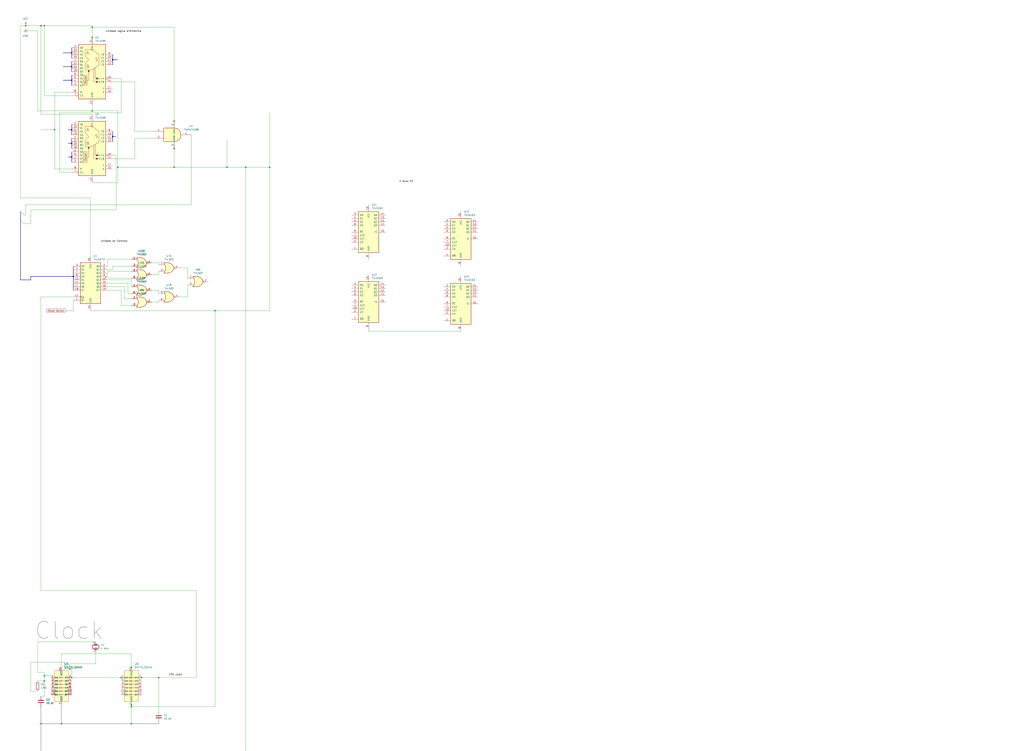
<source format=kicad_sch>
(kicad_sch (version 20250114) (generator "eeschema") (generator_version "9.0")
  (paper "User" 762 558.8)
  (lib_symbols
    (symbol "74xGxx:74AHC1G08"
      (property "Reference" "U" (at -2.54 3.81 0))
      (property "Value" "74AHC1G08" (at 0 -3.81 0))
      (symbol "74AHC1G08_0_1"
        (arc (start 0 5.08) (mid 5.0579 0) (end 0 -5.08) (stroke (width 0.254)) (fill (type background)))
        (polyline (pts (xy 0 -5.08) (xy -7.62 -5.08) (xy -7.62 5.08) (xy 0 5.08)) (stroke (width 0.254)) (fill (type background)))
      )
      (symbol "74AHC1G08_1_1"
        (pin input line (at -15.24 2.54 0) (length 7.62) (name "~") (number "1"))
        (pin input line (at -15.24 -2.54 0) (length 7.62) (name "~") (number "2"))
        (pin power_in line (at 0 10.16 270) (length 5.08) (name "VCC") (number "5"))
        (pin power_in line (at 0 -10.16 90) (length 5.08) (name "GND") (number "3"))
        (pin output line (at 12.7 0 180) (length 7.62) (name "~") (number "4"))
      )
    )
    (symbol "74xx:74LS02" (pin_names (offset 1.016))
      (property "Reference" "U" (at 0 1.27 0))
      (property "Value" "74LS02" (at 0 -1.27 0))
      (symbol "74LS02_1_1"
        (arc (start -3.81 3.81) (mid -2.589 0) (end -3.81 -3.81) (stroke (width 0.254)))
        (polyline (pts (xy -3.81 3.81) (xy -0.635 3.81)) (stroke (width 0.254)) (fill (type background)))
        (polyline (pts (xy -3.81 -3.81) (xy -0.635 -3.81)) (stroke (width 0.254)) (fill (type background)))
        (arc (start 3.81 0) (mid 2.1855 -2.584) (end -0.6096 -3.81) (stroke (width 0.254)) (fill (type background)))
        (arc (start -0.6096 3.81) (mid 2.1928 2.5924) (end 3.81 0) (stroke (width 0.254)) (fill (type background)))
        (polyline (pts (xy -0.635 3.81) (xy -3.81 3.81) (xy -3.81 3.81) (xy -3.556 3.4036) (xy -3.0226 2.2606) (xy -2.6924 1.0414) (xy -2.6162 -0.254) (xy -2.7686 -1.4986) (xy -3.175 -2.7178) (xy -3.81 -3.81) (xy -3.81 -3.81) (xy -0.635 -3.81)) (stroke (width -25.4)) (fill (type background)))
        (pin input line (at -7.62 2.54 0) (length 4.318) (name "~") (number "2"))
        (pin input line (at -7.62 -2.54 0) (length 4.318) (name "~") (number "3"))
        (pin output inverted (at 7.62 0 180) (length 3.81) (name "~") (number "1"))
      )
      (symbol "74LS02_1_2"
        (arc (start 0 3.81) (mid 3.7934 0) (end 0 -3.81) (stroke (width 0.254)) (fill (type background)))
        (polyline (pts (xy 0 3.81) (xy -3.81 3.81) (xy -3.81 -3.81) (xy 0 -3.81)) (stroke (width 0.254)) (fill (type background)))
        (pin input inverted (at -7.62 2.54 0) (length 3.81) (name "~") (number "2"))
        (pin input inverted (at -7.62 -2.54 0) (length 3.81) (name "~") (number "3"))
        (pin output line (at 7.62 0 180) (length 3.81) (name "~") (number "1"))
      )
      (symbol "74LS02_2_1"
        (arc (start -3.81 3.81) (mid -2.589 0) (end -3.81 -3.81) (stroke (width 0.254)))
        (polyline (pts (xy -3.81 3.81) (xy -0.635 3.81)) (stroke (width 0.254)) (fill (type background)))
        (polyline (pts (xy -3.81 -3.81) (xy -0.635 -3.81)) (stroke (width 0.254)) (fill (type background)))
        (arc (start 3.81 0) (mid 2.1855 -2.584) (end -0.6096 -3.81) (stroke (width 0.254)) (fill (type background)))
        (arc (start -0.6096 3.81) (mid 2.1928 2.5924) (end 3.81 0) (stroke (width 0.254)) (fill (type background)))
        (polyline (pts (xy -0.635 3.81) (xy -3.81 3.81) (xy -3.81 3.81) (xy -3.556 3.4036) (xy -3.0226 2.2606) (xy -2.6924 1.0414) (xy -2.6162 -0.254) (xy -2.7686 -1.4986) (xy -3.175 -2.7178) (xy -3.81 -3.81) (xy -3.81 -3.81) (xy -0.635 -3.81)) (stroke (width -25.4)) (fill (type background)))
        (pin input line (at -7.62 2.54 0) (length 4.318) (name "~") (number "5"))
        (pin input line (at -7.62 -2.54 0) (length 4.318) (name "~") (number "6"))
        (pin output inverted (at 7.62 0 180) (length 3.81) (name "~") (number "4"))
      )
      (symbol "74LS02_2_2"
        (arc (start 0 3.81) (mid 3.7934 0) (end 0 -3.81) (stroke (width 0.254)) (fill (type background)))
        (polyline (pts (xy 0 3.81) (xy -3.81 3.81) (xy -3.81 -3.81) (xy 0 -3.81)) (stroke (width 0.254)) (fill (type background)))
        (pin input inverted (at -7.62 2.54 0) (length 3.81) (name "~") (number "5"))
        (pin input inverted (at -7.62 -2.54 0) (length 3.81) (name "~") (number "6"))
        (pin output line (at 7.62 0 180) (length 3.81) (name "~") (number "4"))
      )
      (symbol "74LS02_3_1"
        (arc (start -3.81 3.81) (mid -2.589 0) (end -3.81 -3.81) (stroke (width 0.254)))
        (polyline (pts (xy -3.81 3.81) (xy -0.635 3.81)) (stroke (width 0.254)) (fill (type background)))
        (polyline (pts (xy -3.81 -3.81) (xy -0.635 -3.81)) (stroke (width 0.254)) (fill (type background)))
        (arc (start 3.81 0) (mid 2.1855 -2.584) (end -0.6096 -3.81) (stroke (width 0.254)) (fill (type background)))
        (arc (start -0.6096 3.81) (mid 2.1928 2.5924) (end 3.81 0) (stroke (width 0.254)) (fill (type background)))
        (polyline (pts (xy -0.635 3.81) (xy -3.81 3.81) (xy -3.81 3.81) (xy -3.556 3.4036) (xy -3.0226 2.2606) (xy -2.6924 1.0414) (xy -2.6162 -0.254) (xy -2.7686 -1.4986) (xy -3.175 -2.7178) (xy -3.81 -3.81) (xy -3.81 -3.81) (xy -0.635 -3.81)) (stroke (width -25.4)) (fill (type background)))
        (pin input line (at -7.62 2.54 0) (length 4.318) (name "~") (number "8"))
        (pin input line (at -7.62 -2.54 0) (length 4.318) (name "~") (number "9"))
        (pin output inverted (at 7.62 0 180) (length 3.81) (name "~") (number "10"))
      )
      (symbol "74LS02_3_2"
        (arc (start 0 3.81) (mid 3.7934 0) (end 0 -3.81) (stroke (width 0.254)) (fill (type background)))
        (polyline (pts (xy 0 3.81) (xy -3.81 3.81) (xy -3.81 -3.81) (xy 0 -3.81)) (stroke (width 0.254)) (fill (type background)))
        (pin input inverted (at -7.62 2.54 0) (length 3.81) (name "~") (number "8"))
        (pin input inverted (at -7.62 -2.54 0) (length 3.81) (name "~") (number "9"))
        (pin output line (at 7.62 0 180) (length 3.81) (name "~") (number "10"))
      )
      (symbol "74LS02_4_1"
        (arc (start -3.81 3.81) (mid -2.589 0) (end -3.81 -3.81) (stroke (width 0.254)))
        (polyline (pts (xy -3.81 3.81) (xy -0.635 3.81)) (stroke (width 0.254)) (fill (type background)))
        (polyline (pts (xy -3.81 -3.81) (xy -0.635 -3.81)) (stroke (width 0.254)) (fill (type background)))
        (arc (start 3.81 0) (mid 2.1855 -2.584) (end -0.6096 -3.81) (stroke (width 0.254)) (fill (type background)))
        (arc (start -0.6096 3.81) (mid 2.1928 2.5924) (end 3.81 0) (stroke (width 0.254)) (fill (type background)))
        (polyline (pts (xy -0.635 3.81) (xy -3.81 3.81) (xy -3.81 3.81) (xy -3.556 3.4036) (xy -3.0226 2.2606) (xy -2.6924 1.0414) (xy -2.6162 -0.254) (xy -2.7686 -1.4986) (xy -3.175 -2.7178) (xy -3.81 -3.81) (xy -3.81 -3.81) (xy -0.635 -3.81)) (stroke (width -25.4)) (fill (type background)))
        (pin input line (at -7.62 2.54 0) (length 4.318) (name "~") (number "11"))
        (pin input line (at -7.62 -2.54 0) (length 4.318) (name "~") (number "12"))
        (pin output inverted (at 7.62 0 180) (length 3.81) (name "~") (number "13"))
      )
      (symbol "74LS02_4_2"
        (arc (start 0 3.81) (mid 3.7934 0) (end 0 -3.81) (stroke (width 0.254)) (fill (type background)))
        (polyline (pts (xy 0 3.81) (xy -3.81 3.81) (xy -3.81 -3.81) (xy 0 -3.81)) (stroke (width 0.254)) (fill (type background)))
        (pin input inverted (at -7.62 2.54 0) (length 3.81) (name "~") (number "11"))
        (pin input inverted (at -7.62 -2.54 0) (length 3.81) (name "~") (number "12"))
        (pin output line (at 7.62 0 180) (length 3.81) (name "~") (number "13"))
      )
      (symbol "74LS02_5_0"
        (pin power_in line (at 0 12.7 270) (length 5.08) (name "VCC") (number "14"))
        (pin power_in line (at 0 -12.7 90) (length 5.08) (name "GND") (number "7"))
      )
      (symbol "74LS02_5_1"
        (rectangle (start -5.08 7.62) (end 5.08 -7.62) (stroke (width 0.254)) (fill (type background)))
      )
    )
    (symbol "74xx:74LS163" (pin_names (offset 1.016))
      (property "Reference" "U" (at -7.62 16.51 0))
      (property "Value" "74LS163" (at -7.62 -16.51 0))
      (symbol "74LS163_1_0"
        (pin input line (at -12.7 12.7 0) (length 5.08) (name "D0") (number "3"))
        (pin input line (at -12.7 10.16 0) (length 5.08) (name "D1") (number "4"))
        (pin input line (at -12.7 7.62 0) (length 5.08) (name "D2") (number "5"))
        (pin input line (at -12.7 5.08 0) (length 5.08) (name "D3") (number "6"))
        (pin input line (at -12.7 0 0) (length 5.08) (name "~{PE}") (number "9"))
        (pin input line (at -12.7 -2.54 0) (length 5.08) (name "CEP") (number "7"))
        (pin input line (at -12.7 -5.08 0) (length 5.08) (name "CET") (number "10"))
        (pin input line (at -12.7 -7.62 0) (length 5.08) (name "CP") (number "2"))
        (pin input line (at -12.7 -12.7 0) (length 5.08) (name "~{MR}") (number "1"))
        (pin power_in line (at 0 20.32 270) (length 5.08) (name "VCC") (number "16"))
        (pin power_in line (at 0 -20.32 90) (length 5.08) (name "GND") (number "8"))
        (pin output line (at 12.7 12.7 180) (length 5.08) (name "Q0") (number "14"))
        (pin output line (at 12.7 10.16 180) (length 5.08) (name "Q1") (number "13"))
        (pin output line (at 12.7 7.62 180) (length 5.08) (name "Q2") (number "12"))
        (pin output line (at 12.7 5.08 180) (length 5.08) (name "Q3") (number "11"))
        (pin output line (at 12.7 0 180) (length 5.08) (name "TC") (number "15"))
      )
      (symbol "74LS163_1_1"
        (rectangle (start -7.62 15.24) (end 7.62 -15.24) (stroke (width 0.254)) (fill (type background)))
      )
    )
    (symbol "74xx:74LS181" (pin_names (offset 1.016))
      (property "Reference" "U" (at -7.62 21.59 0))
      (property "Value" "74LS181" (at -7.62 -21.59 0))
      (symbol "74LS181_1_0"
        (polyline (pts (xy -6.35 -2.54) (xy -6.35 -10.16) (xy -3.81 -10.16) (xy -3.81 -2.54) (xy -6.35 -2.54)))
        (polyline (pts (xy -5.08 16.51) (xy -5.08 11.43) (xy -2.54 8.89) (xy -5.08 6.35) (xy -5.08 1.27) (xy 0 1.27) (xy 5.08 5.08) (xy 5.08 12.7) (xy 0 16.51) (xy -5.08 16.51)))
        (polyline (pts (xy -3.81 -6.35) (xy -2.54 -6.35) (xy -2.54 1.27)))
        (polyline (pts (xy -2.54 1.27) (xy -3.175 0) (xy -1.905 0)) (fill (type outline)))
        (polyline (pts (xy 1.27 2.159) (xy 1.27 -7.62) (xy 3.175 -7.62)))
        (polyline (pts (xy 3.175 -5.08) (xy 2.286 -5.08) (xy 2.286 2.921)))
        (polyline (pts (xy 4.445 -5.08) (xy 3.175 -4.445) (xy 3.175 -5.715) (xy 4.445 -5.08)) (fill (type outline)))
        (polyline (pts (xy 4.445 -7.62) (xy 3.175 -6.985) (xy 3.175 -8.255) (xy 4.445 -7.62)) (fill (type outline)))
        (text "Decod" (at -5.08 -6.35 900) (effects (font (size 1.27 1.27))))
        (text "A" (at -3.302 13.97 0) (effects (font (size 2.286 2.286))))
        (text "B" (at -3.302 3.81 0) (effects (font (size 2.286 2.286))))
        (text "S" (at 3.302 9.144 0) (effects (font (size 2.286 2.286))))
        (pin input line (at -15.24 17.78 0) (length 5.08) (name "A0") (number "2"))
        (pin input line (at -15.24 15.24 0) (length 5.08) (name "A1") (number "23"))
        (pin input line (at -15.24 12.7 0) (length 5.08) (name "A2") (number "21"))
        (pin input line (at -15.24 10.16 0) (length 5.08) (name "A3") (number "19"))
        (pin input line (at -15.24 7.62 0) (length 5.08) (name "B0") (number "1"))
        (pin input line (at -15.24 5.08 0) (length 5.08) (name "B1") (number "22"))
        (pin input line (at -15.24 2.54 0) (length 5.08) (name "B2") (number "20"))
        (pin input line (at -15.24 0 0) (length 5.08) (name "B3") (number "18"))
        (pin input line (at -15.24 -2.54 0) (length 5.08) (name "S0") (number "6"))
        (pin input line (at -15.24 -5.08 0) (length 5.08) (name "S1") (number "5"))
        (pin input line (at -15.24 -7.62 0) (length 5.08) (name "S2") (number "4"))
        (pin input line (at -15.24 -10.16 0) (length 5.08) (name "S3") (number "3"))
        (pin input line (at -15.24 -15.24 0) (length 5.08) (name "M") (number "8"))
        (pin input inverted (at -15.24 -17.78 0) (length 5.08) (name "Cn") (number "7"))
        (pin power_in line (at 0 25.4 270) (length 5.08) (name "VCC") (number "24"))
        (pin power_in line (at 0 -25.4 90) (length 5.08) (name "GND") (number "12"))
        (pin output line (at 15.24 12.7 180) (length 5.08) (name "F0") (number "9"))
        (pin output line (at 15.24 10.16 180) (length 5.08) (name "F1") (number "10"))
        (pin output line (at 15.24 7.62 180) (length 5.08) (name "F2") (number "11"))
        (pin output line (at 15.24 5.08 180) (length 5.08) (name "F3") (number "13"))
        (pin output inverted (at 15.24 -5.08 180) (length 5.08) (name "Cn+4") (number "16"))
        (pin output line (at 15.24 -7.62 180) (length 5.08) (name "A=B") (number "14"))
        (pin output line (at 15.24 -12.7 180) (length 5.08) (name "Y") (number "17"))
        (pin output line (at 15.24 -15.24 180) (length 5.08) (name "X") (number "15"))
      )
      (symbol "74LS181_1_1"
        (rectangle (start -10.16 20.32) (end 10.16 -20.32) (stroke (width 0.254)) (fill (type background)))
      )
    )
    (symbol "74xx:74LS273"
      (property "Reference" "U" (at -7.62 16.51 0))
      (property "Value" "74LS273" (at -7.62 -16.51 0))
      (symbol "74LS273_1_0"
        (pin input line (at -12.7 12.7 0) (length 5.08) (name "D0") (number "3"))
        (pin input line (at -12.7 10.16 0) (length 5.08) (name "D1") (number "4"))
        (pin input line (at -12.7 7.62 0) (length 5.08) (name "D2") (number "7"))
        (pin input line (at -12.7 5.08 0) (length 5.08) (name "D3") (number "8"))
        (pin input line (at -12.7 2.54 0) (length 5.08) (name "D4") (number "13"))
        (pin input line (at -12.7 0 0) (length 5.08) (name "D5") (number "14"))
        (pin input line (at -12.7 -2.54 0) (length 5.08) (name "D6") (number "17"))
        (pin input line (at -12.7 -5.08 0) (length 5.08) (name "D7") (number "18"))
        (pin input clock (at -12.7 -10.16 0) (length 5.08) (name "Cp") (number "11"))
        (pin input line (at -12.7 -12.7 0) (length 5.08) (name "~{Mr}") (number "1"))
        (pin power_in line (at 0 20.32 270) (length 5.08) (name "VCC") (number "20"))
        (pin power_in line (at 0 -20.32 90) (length 5.08) (name "GND") (number "10"))
        (pin output line (at 12.7 12.7 180) (length 5.08) (name "Q0") (number "2"))
        (pin output line (at 12.7 10.16 180) (length 5.08) (name "Q1") (number "5"))
        (pin output line (at 12.7 7.62 180) (length 5.08) (name "Q2") (number "6"))
        (pin output line (at 12.7 5.08 180) (length 5.08) (name "Q3") (number "9"))
        (pin output line (at 12.7 2.54 180) (length 5.08) (name "Q4") (number "12"))
        (pin output line (at 12.7 0 180) (length 5.08) (name "Q5") (number "15"))
        (pin output line (at 12.7 -2.54 180) (length 5.08) (name "Q6") (number "16"))
        (pin output line (at 12.7 -5.08 180) (length 5.08) (name "Q7") (number "19"))
      )
      (symbol "74LS273_1_1"
        (rectangle (start -7.62 15.24) (end 7.62 -15.24) (stroke (width 0.254)) (fill (type background)))
      )
    )
    (symbol "Device:C" (pin_numbers (hide yes)) (pin_names (offset 0.254))
      (property "Reference" "C" (at 0.635 2.54 0))
      (property "Value" "C" (at 0.635 -2.54 0))
      (symbol "C_0_1"
        (polyline (pts (xy -2.032 0.762) (xy 2.032 0.762)) (stroke (width 0.508)))
        (polyline (pts (xy -2.032 -0.762) (xy 2.032 -0.762)) (stroke (width 0.508)))
      )
      (symbol "C_1_1"
        (pin passive line (at 0 3.81 270) (length 2.794) (name "~") (number "1"))
        (pin passive line (at 0 -3.81 90) (length 2.794) (name "~") (number "2"))
      )
    )
    (symbol "Device:Crystal" (pin_names (offset 1.016))
      (property "Reference" "Y" (at 0 3.81 0))
      (property "Value" "Crystal" (at 0 -3.81 0))
      (symbol "Crystal_0_1"
        (polyline (pts (xy -2.54 0) (xy -1.905 0)))
        (polyline (pts (xy -1.905 -1.27) (xy -1.905 1.27)) (stroke (width 0.508)))
        (rectangle (start -1.143 2.54) (end 1.143 -2.54) (stroke (width 0.3048)))
        (polyline (pts (xy 1.905 -1.27) (xy 1.905 1.27)) (stroke (width 0.508)))
        (polyline (pts (xy 2.54 0) (xy 1.905 0)))
      )
      (symbol "Crystal_1_1"
        (pin passive line (at -3.81 0 0) (length 1.27) (name "1") (number "1"))
        (pin passive line (at 3.81 0 180) (length 1.27) (name "2") (number "2"))
      )
    )
    (symbol "Device:R" (pin_numbers (hide yes)) (pin_names (offset 0))
      (property "Reference" "R" (at 2.032 0 90))
      (property "Value" "R" (at 0 0 90))
      (symbol "R_0_1"
        (rectangle (start -1.016 -2.54) (end 1.016 2.54) (stroke (width 0.254)))
      )
      (symbol "R_1_1"
        (pin passive line (at 0 3.81 270) (length 1.27) (name "~") (number "1"))
        (pin passive line (at 0 -3.81 90) (length 1.27) (name "~") (number "2"))
      )
    )
    (symbol "dk_Logic-Gates-and-Inverters:SN74LS04N" (pin_names (offset 0.0254))
      (property "Reference" "U" (at -2.54 13.716 0))
      (property "Value" "SN74LS04N" (at 0.254 -11.43 0))
      (symbol "SN74LS04N_0_1"
        (rectangle (start -5.08 12.7) (end 5.08 -10.16) (fill (type background)))
        (polyline (pts (xy -2.54 7.62) (xy -5.08 7.62)))
        (polyline (pts (xy -2.54 5.08) (xy -5.08 5.08)))
        (polyline (pts (xy -2.54 2.54) (xy -5.08 2.54)))
        (polyline (pts (xy -2.54 2.54) (xy -1.27 2.54)))
        (polyline (pts (xy -2.54 0) (xy -5.08 0)))
        (polyline (pts (xy -2.54 -2.54) (xy -5.08 -2.54)))
        (polyline (pts (xy -2.54 -2.54) (xy -1.27 -2.54)))
        (polyline (pts (xy -2.54 -5.08) (xy -5.08 -5.08)))
        (polyline (pts (xy -1.27 8.255) (xy -1.27 6.985) (xy 0 7.62) (xy -1.27 8.255)))
        (polyline (pts (xy -1.27 7.62) (xy -2.54 7.62)))
        (polyline (pts (xy -1.27 5.715) (xy -1.27 4.445) (xy 0 5.08) (xy -1.27 5.715)))
        (polyline (pts (xy -1.27 5.08) (xy -2.54 5.08)))
        (polyline (pts (xy -1.27 3.175) (xy -1.27 1.905) (xy 0 2.54) (xy -1.27 3.175)))
        (polyline (pts (xy -1.27 0.635) (xy -1.27 -0.635) (xy 0 0) (xy -1.27 0.635)))
        (polyline (pts (xy -1.27 0) (xy -2.54 0)))
        (polyline (pts (xy -1.27 -1.905) (xy -1.27 -3.175) (xy 0 -2.54) (xy -1.27 -1.905)))
        (polyline (pts (xy -1.27 -4.445) (xy -1.27 -5.715) (xy 0 -5.08) (xy -1.27 -4.445)))
        (polyline (pts (xy -1.27 -5.08) (xy -2.54 -5.08)))
        (circle (center 0.254 7.62) (radius 0.254))
        (circle (center 0.254 5.08) (radius 0.254))
        (circle (center 0.254 2.54) (radius 0.254))
        (circle (center 0.254 0) (radius 0.254))
        (circle (center 0.254 -2.54) (radius 0.254))
        (circle (center 0.254 -5.08) (radius 0.254))
        (polyline (pts (xy 0.508 5.08) (xy 2.54 5.08)))
        (polyline (pts (xy 0.508 2.54) (xy 2.54 2.54)))
        (polyline (pts (xy 0.508 0) (xy 2.54 0)))
        (polyline (pts (xy 0.508 -5.08) (xy 2.54 -5.08)))
        (polyline (pts (xy 2.54 7.62) (xy 0.508 7.62)))
        (polyline (pts (xy 2.54 -2.54) (xy 0.508 -2.54)))
        (polyline (pts (xy 5.08 7.62) (xy 2.54 7.62)))
        (polyline (pts (xy 5.08 5.08) (xy 2.54 5.08)))
        (polyline (pts (xy 5.08 2.54) (xy 2.54 2.54)))
        (polyline (pts (xy 5.08 0) (xy 2.54 0)))
        (polyline (pts (xy 5.08 -2.54) (xy 2.54 -2.54)))
        (polyline (pts (xy 5.08 -5.08) (xy 2.54 -5.08)))
      )
      (symbol "SN74LS04N_1_1"
        (pin input line (at -7.62 7.62 0) (length 2.54) (name "1A") (number "1"))
        (pin input line (at -7.62 5.08 0) (length 2.54) (name "2A") (number "3"))
        (pin input line (at -7.62 2.54 0) (length 2.54) (name "3A") (number "5"))
        (pin input line (at -7.62 0 0) (length 2.54) (name "4A") (number "9"))
        (pin input line (at -7.62 -2.54 0) (length 2.54) (name "5A") (number "11"))
        (pin input line (at -7.62 -5.08 0) (length 2.54) (name "6A") (number "13"))
        (pin power_in line (at 0 15.24 270) (length 2.54) (name "VCC") (number "14"))
        (pin power_in line (at 0 -12.7 90) (length 2.54) (name "GND") (number "7"))
        (pin output line (at 7.62 7.62 180) (length 2.54) (name "1Y") (number "2"))
        (pin output line (at 7.62 5.08 180) (length 2.54) (name "2Y") (number "4"))
        (pin output line (at 7.62 2.54 180) (length 2.54) (name "3Y") (number "6"))
        (pin output line (at 7.62 0 180) (length 2.54) (name "4Y") (number "8"))
        (pin output line (at 7.62 -2.54 180) (length 2.54) (name "5Y") (number "10"))
        (pin output line (at 7.62 -5.08 180) (length 2.54) (name "6Y") (number "12"))
      )
    )
    (symbol "power:GND" (power) (pin_numbers (hide yes)) (pin_names (offset 0) (hide yes))
      (property "Value" "GND" (at 0 -3.81 0))
      (symbol "GND_0_1"
        (polyline (pts (xy 0 0) (xy 0 -1.27) (xy 1.27 -1.27) (xy 0 -2.54) (xy -1.27 -1.27) (xy 0 -1.27)))
      )
      (symbol "GND_1_1"
        (pin power_in line (at 0 0 270) (length 0) (name "~") (number "1"))
      )
    )
    (symbol "power:VCC" (power) (pin_numbers (hide yes)) (pin_names (offset 0) (hide yes))
      (property "Value" "VCC" (at 0 3.556 0))
      (symbol "VCC_0_1"
        (polyline (pts (xy -0.762 1.27) (xy 0 2.54)))
        (polyline (pts (xy 0 2.54) (xy 0.762 1.27)))
        (polyline (pts (xy 0 0) (xy 0 2.54)))
      )
      (symbol "VCC_1_1"
        (pin power_in line (at 0 0 90) (length 0) (name "~") (number "1"))
      )
    )
  )
  (junction (at 52.07 497.84))
  (junction (at 30.48 19.05))
  (junction (at 53.34 39.37))
  (junction (at 129.54 90.17))
  (junction (at 105.41 504.19))
  (junction (at 53.34 49.53))
  (junction (at 129.54 110.49))
  (junction (at 129.54 124.46))
  (junction (at 53.34 96.52))
  (junction (at 53.34 106.68))
  (junction (at 45.72 538.48))
  (junction (at 97.79 524.51))
  (junction (at 200.66 124.46))
  (junction (at 19.05 19.05))
  (junction (at 182.88 124.46))
  (junction (at 68.58 82.55))
  (junction (at 97.79 525.78))
  (junction (at 53.34 59.69))
  (junction (at 33.02 19.05))
  (junction (at 53.34 116.84))
  (junction (at 54.61 205.74))
  (junction (at 30.48 538.48))
  (junction (at 83.82 101.6))
  (junction (at 83.82 44.45))
  (junction (at 168.91 124.46))
  (junction (at 118.11 504.19))
  (junction (at 33.02 506.73))
  (junction (at 68.58 20.32))
  (junction (at 40.64 96.52))
  (junction (at 97.79 496.57))
  (junction (at 87.63 124.46))
  (junction (at 160.02 231.14))
  (junction (at 97.79 538.48))
  (junction (at 33.02 502.92))
  (junction (at 90.17 504.19))
  (junction (at 68.58 27.94))
  (junction (at 53.34 504.19))
  (bus_entry (at 15.24 157.48) (size 2.54 2.54))
  (bus_entry (at 15.24 163.83) (size 2.54 2.54))
  (wire (pts (xy 67.31 147.32) (xy 67.31 190.5)))
  (wire (pts (xy 67.31 231.14) (xy 160.02 231.14)))
  (wire (pts (xy 97.79 525.78) (xy 97.79 538.48)))
  (wire (pts (xy 80.01 215.9) (xy 90.17 215.9)))
  (wire (pts (xy 45.72 524.51) (xy 45.72 538.48)) (stroke (width 0) (color 0 0 0 1)))
  (wire (pts (xy 100.33 60.96) (xy 83.82 60.96)))
  (wire (pts (xy 68.58 20.32) (xy 68.58 27.94)))
  (wire (pts (xy 118.11 504.19) (xy 105.41 504.19)))
  (wire (pts (xy 53.34 504.19) (xy 90.17 504.19)))
  (wire (pts (xy 30.48 19.05) (xy 30.48 85.09)))
  (wire (pts (xy 68.58 78.74) (xy 68.58 82.55)))
  (wire (pts (xy 118.11 204.47) (xy 118.11 201.93)))
  (bus (pts (xy 50.8 116.84) (xy 53.34 116.84)))
  (wire (pts (xy 274.32 246.38) (xy 342.9 246.38)))
  (wire (pts (xy 80.01 205.74) (xy 78.74 205.74)))
  (wire (pts (xy 78.74 207.01) (xy 97.79 207.01)))
  (wire (pts (xy 78.74 207.01) (xy 78.74 205.74)))
  (wire (pts (xy 30.48 19.05) (xy 33.02 19.05)))
  (wire (pts (xy 97.79 524.51) (xy 97.79 525.78)))
  (wire (pts (xy 118.11 538.48) (xy 97.79 538.48)) (stroke (width 0) (color 0 0 0 1)))
  (wire (pts (xy 27.94 500.38) (xy 33.02 500.38)))
  (wire (pts (xy 27.94 506.73) (xy 33.02 506.73)))
  (wire (pts (xy 38.1 502.92) (xy 38.1 504.19)))
  (wire (pts (xy 33.02 71.12) (xy 53.34 71.12)))
  (bus (pts (xy 53.34 45.72) (xy 53.34 49.53)))
  (wire (pts (xy 90.17 215.9) (xy 90.17 227.33)))
  (wire (pts (xy 86.36 156.21) (xy 22.86 156.21)))
  (wire (pts (xy 87.63 124.46) (xy 129.54 124.46)))
  (wire (pts (xy 19.05 160.02) (xy 17.78 160.02)))
  (wire (pts (xy 40.64 68.58) (xy 40.64 96.52)))
  (wire (pts (xy 33.02 506.73) (xy 33.02 518.16)))
  (wire (pts (xy 146.05 504.19) (xy 146.05 439.42)))
  (wire (pts (xy 53.34 125.73) (xy 40.64 125.73)))
  (wire (pts (xy 80.01 208.28) (xy 97.79 208.28)))
  (wire (pts (xy 142.24 152.4) (xy 19.05 152.4)))
  (wire (pts (xy 52.07 494.03) (xy 52.07 497.84)))
  (wire (pts (xy 133.35 199.39) (xy 139.7 199.39)))
  (wire (pts (xy 113.03 195.58) (xy 118.11 195.58)))
  (wire (pts (xy 97.79 524.51) (xy 97.79 496.57)))
  (wire (pts (xy 83.82 115.57) (xy 86.36 115.57)))
  (wire (pts (xy 40.64 125.73) (xy 40.64 96.52)))
  (wire (pts (xy 182.88 124.46) (xy 182.88 590.55)))
  (wire (pts (xy 68.58 27.94) (xy 68.58 35.56)))
  (wire (pts (xy 90.17 227.33) (xy 97.79 227.33)))
  (wire (pts (xy 168.91 104.14) (xy 168.91 124.46)))
  (wire (pts (xy 92.71 213.36) (xy 92.71 222.25)))
  (wire (pts (xy 129.54 110.49) (xy 129.54 90.17)))
  (wire (pts (xy 19.05 152.4) (xy 19.05 160.02)))
  (wire (pts (xy 33.02 502.92) (xy 38.1 502.92)))
  (bus (pts (xy 53.34 96.52) (xy 53.34 100.33)))
  (wire (pts (xy 160.02 525.78) (xy 97.79 525.78)))
  (wire (pts (xy 182.88 124.46) (xy 168.91 124.46)))
  (wire (pts (xy 118.11 224.79) (xy 118.11 223.52)))
  (bus (pts (xy 83.82 101.6) (xy 86.36 101.6)))
  (bus (pts (xy 54.61 198.12) (xy 54.61 205.74)))
  (wire (pts (xy 19.05 19.05) (xy 30.48 19.05)))
  (wire (pts (xy 160.02 231.14) (xy 160.02 525.78)))
  (wire (pts (xy 83.82 200.66) (xy 83.82 198.12)))
  (wire (pts (xy 48.26 497.84) (xy 52.07 497.84)))
  (wire (pts (xy 200.66 83.82) (xy 200.66 124.46)))
  (bus (pts (xy 22.86 205.74) (xy 54.61 205.74)))
  (wire (pts (xy 48.26 492.76) (xy 48.26 497.84)))
  (wire (pts (xy 27.94 514.35) (xy 22.86 514.35)))
  (bus (pts (xy 53.34 59.69) (xy 53.34 63.5)))
  (wire (pts (xy 80.01 198.12) (xy 80.01 193.04)))
  (wire (pts (xy 80.01 213.36) (xy 92.71 213.36)))
  (wire (pts (xy 100.33 102.87) (xy 114.3 102.87)))
  (wire (pts (xy 19.05 21.59) (xy 19.05 22.86)))
  (bus (pts (xy 53.34 92.71) (xy 53.34 96.52)))
  (bus (pts (xy 15.24 163.83) (xy 15.24 157.48)))
  (bus (pts (xy 46.99 49.53) (xy 53.34 49.53)))
  (bus (pts (xy 53.34 55.88) (xy 53.34 59.69)))
  (wire (pts (xy 71.12 485.14) (xy 71.12 494.03)))
  (wire (pts (xy 200.66 124.46) (xy 200.66 231.14)))
  (wire (pts (xy 52.07 497.84) (xy 53.34 497.84)))
  (wire (pts (xy 45.72 538.48) (xy 30.48 538.48)) (stroke (width 0) (color 0 0 0 1)))
  (bus (pts (xy 53.34 116.84) (xy 53.34 120.65)))
  (wire (pts (xy 68.58 19.05) (xy 68.58 20.32)))
  (wire (pts (xy 97.79 208.28) (xy 97.79 213.36)))
  (wire (pts (xy 168.91 124.46) (xy 129.54 124.46)))
  (wire (pts (xy 86.36 115.57) (xy 86.36 156.21)))
  (wire (pts (xy 22.86 514.35) (xy 22.86 492.76)))
  (wire (pts (xy 33.02 19.05) (xy 33.02 71.12)))
  (bus (pts (xy 22.86 208.28) (xy 15.24 208.28)))
  (wire (pts (xy 30.48 439.42) (xy 30.48 220.98)))
  (bus (pts (xy 83.82 101.6) (xy 83.82 105.41)))
  (wire (pts (xy 80.01 193.04) (xy 97.79 193.04)))
  (wire (pts (xy 80.01 210.82) (xy 95.25 210.82)))
  (bus (pts (xy 83.82 97.79) (xy 83.82 101.6)))
  (wire (pts (xy 54.61 231.14) (xy 49.53 231.14)))
  (wire (pts (xy 139.7 199.39) (xy 139.7 207.01)))
  (wire (pts (xy 200.66 124.46) (xy 182.88 124.46)))
  (wire (pts (xy 129.54 110.49) (xy 129.54 124.46)))
  (wire (pts (xy 27.94 477.52) (xy 27.94 500.38)))
  (wire (pts (xy 80.01 201.93) (xy 80.01 203.2)))
  (wire (pts (xy 142.24 100.33) (xy 142.24 152.4)))
  (wire (pts (xy 19.05 22.86) (xy 27.94 22.86)))
  (wire (pts (xy 146.05 439.42) (xy 30.48 439.42)))
  (bus (pts (xy 46.99 39.37) (xy 53.34 39.37)))
  (wire (pts (xy 33.02 506.73) (xy 33.02 502.92)))
  (bus (pts (xy 53.34 35.56) (xy 53.34 39.37)))
  (wire (pts (xy 53.34 68.58) (xy 40.64 68.58)))
  (wire (pts (xy 113.03 204.47) (xy 118.11 204.47)))
  (bus (pts (xy 50.8 106.68) (xy 53.34 106.68)))
  (wire (pts (xy 22.86 156.21) (xy 22.86 166.37)))
  (wire (pts (xy 30.48 85.09) (xy 68.58 85.09)))
  (bus (pts (xy 46.99 59.69) (xy 53.34 59.69)))
  (bus (pts (xy 50.8 96.52) (xy 53.34 96.52)))
  (wire (pts (xy 15.24 19.05) (xy 15.24 147.32)))
  (wire (pts (xy 133.35 220.98) (xy 139.7 220.98)))
  (wire (pts (xy 30.48 525.78) (xy 30.48 538.48)) (stroke (width 0) (color 0 0 0 1)))
  (wire (pts (xy 87.63 124.46) (xy 87.63 135.89)))
  (wire (pts (xy 27.94 477.52) (xy 71.12 477.52)))
  (wire (pts (xy 113.03 224.79) (xy 118.11 224.79)))
  (wire (pts (xy 30.48 96.52) (xy 40.64 96.52)))
  (wire (pts (xy 129.54 90.17) (xy 129.54 20.32)))
  (bus (pts (xy 15.24 208.28) (xy 15.24 163.83)))
  (wire (pts (xy 33.02 500.38) (xy 33.02 502.92)))
  (wire (pts (xy 95.25 218.44) (xy 97.79 218.44)))
  (wire (pts (xy 44.45 128.27) (xy 53.34 128.27)))
  (wire (pts (xy 200.66 231.14) (xy 160.02 231.14)))
  (wire (pts (xy 274.32 246.38) (xy 274.32 245.11)))
  (bus (pts (xy 53.34 102.87) (xy 53.34 106.68)))
  (bus (pts (xy 53.34 106.68) (xy 53.34 110.49)))
  (wire (pts (xy 53.34 497.84) (xy 53.34 504.19)))
  (wire (pts (xy 113.03 215.9) (xy 118.11 215.9)))
  (wire (pts (xy 68.58 20.32) (xy 129.54 20.32)))
  (wire (pts (xy 52.07 494.03) (xy 71.12 494.03)))
  (wire (pts (xy 83.82 198.12) (xy 97.79 198.12)))
  (wire (pts (xy 105.41 504.19) (xy 90.17 504.19)))
  (wire (pts (xy 27.94 22.86) (xy 27.94 82.55)))
  (wire (pts (xy 118.11 504.19) (xy 146.05 504.19)))
  (bus (pts (xy 53.34 49.53) (xy 53.34 53.34)))
  (bus (pts (xy 22.86 205.74) (xy 22.86 208.28)))
  (bus (pts (xy 83.82 44.45) (xy 87.63 44.45)))
  (wire (pts (xy 44.45 83.82) (xy 44.45 128.27)))
  (wire (pts (xy 90.17 58.42) (xy 90.17 83.82)))
  (wire (pts (xy 100.33 60.96) (xy 100.33 97.79)))
  (wire (pts (xy 118.11 195.58) (xy 118.11 196.85)))
  (bus (pts (xy 83.82 40.64) (xy 83.82 44.45)))
  (wire (pts (xy 100.33 97.79) (xy 114.3 97.79)))
  (wire (pts (xy 100.33 102.87) (xy 100.33 118.11)))
  (wire (pts (xy 54.61 223.52) (xy 54.61 231.14)))
  (wire (pts (xy 80.01 201.93) (xy 97.79 201.93)))
  (wire (pts (xy 83.82 58.42) (xy 90.17 58.42)))
  (wire (pts (xy 30.48 590.55) (xy 30.48 538.48)) (stroke (width 0) (color 0 0 0 1)))
  (wire (pts (xy 97.79 538.48) (xy 45.72 538.48)) (stroke (width 0) (color 0 0 0 1)))
  (bus (pts (xy 53.34 113.03) (xy 53.34 116.84)))
  (wire (pts (xy 118.11 215.9) (xy 118.11 218.44)))
  (wire (pts (xy 83.82 118.11) (xy 100.33 118.11)))
  (wire (pts (xy 118.11 529.59) (xy 118.11 504.19)))
  (wire (pts (xy 68.58 82.55) (xy 87.63 82.55)))
  (wire (pts (xy 30.48 518.16) (xy 33.02 518.16)))
  (wire (pts (xy 22.86 492.76) (xy 48.26 492.76)))
  (wire (pts (xy 27.94 82.55) (xy 68.58 82.55)))
  (wire (pts (xy 118.11 538.48) (xy 118.11 537.21)) (stroke (width 0) (color 0 0 0 1)))
  (wire (pts (xy 95.25 210.82) (xy 95.25 218.44)))
  (bus (pts (xy 53.34 39.37) (xy 53.34 43.18)))
  (bus (pts (xy 83.82 44.45) (xy 83.82 48.26)))
  (wire (pts (xy 19.05 19.05) (xy 15.24 19.05)))
  (wire (pts (xy 30.48 220.98) (xy 54.61 220.98)))
  (wire (pts (xy 45.72 486.41) (xy 45.72 496.57)))
  (wire (pts (xy 87.63 135.89) (xy 68.58 135.89)))
  (wire (pts (xy 92.71 222.25) (xy 97.79 222.25)))
  (wire (pts (xy 45.72 486.41) (xy 97.79 486.41)))
  (wire (pts (xy 90.17 83.82) (xy 44.45 83.82)))
  (wire (pts (xy 33.02 19.05) (xy 68.58 19.05)))
  (wire (pts (xy 80.01 200.66) (xy 83.82 200.66)))
  (wire (pts (xy 15.24 147.32) (xy 67.31 147.32)))
  (wire (pts (xy 139.7 220.98) (xy 139.7 212.09)))
  (wire (pts (xy 87.63 82.55) (xy 87.63 124.46)))
  (wire (pts (xy 182.88 590.55) (xy 30.48 590.55)) (stroke (width 0) (color 0 0 0 1)))
  (wire (pts (xy 97.79 496.57) (xy 97.79 486.41)))
  (wire (pts (xy 22.86 166.37) (xy 17.78 166.37)))
  (bus (pts (xy 54.61 205.74) (xy 54.61 215.9)))
  (label "Unidade logica aritimetrica" (at 78.74 24.13 0))
  (label "CPU clock" (at 125.73 502.92 0))
  (label "Clock" (at 25.4 480.06 0) (effects (font (size 12.7 12.7))))
  (label "Unidade de Controle" (at 74.93 180.34 0))
  (label "A fazer PC" (at 297.18 135.89 0))
  (global_label "Reset Button" (shape input) (at 49.53 231.14 180) (property "Intersheetrefs" "${INTERSHEET_REFS}" (effects (hide yes))))
  (symbol (lib_id "74xx:74LS02") (at 125.73 199.39 0) (unit 1)
    (property "Reference" "U7" (at 125.73 190.5 0))
    (property "Value" "74LS02" (at 125.73 193.04 0))
    (property "Datasheet" "http://www.ti.com/lit/gpn/sn74ls02" (effects (hide yes)))
    (property "Description" "quad 2-input NOR gate" (effects (hide yes)))
  )
  (symbol (lib_id "dk_Logic-Gates-and-Inverters:SN74LS04N") (at 45.72 511.81 0) (unit 1)
    (property "Reference" "U5" (at 47.8633 494.03 0) (effects (font (size 1.524 1.524)) (justify left)))
    (property "Value" "SN74LS04N" (at 47.8633 496.57 0) (effects (font (size 1.524 1.524)) (justify left)))
    (property "Footprint" "digikey-footprints:DIP-14_W3mm" (effects (hide yes)))
    (property "Datasheet" "http://www.ti.com/general/docs/suppproductinfo.tsp?distId=10&gotoUrl=http%3A%2F%2Fwww.ti.com%2Flit%2Fgpn%2Fsn74ls04" (effects (hide yes)))
    (property "Description" "IC INVERTER 6CH 6-INP 14DIP" (effects (hide yes)))
    (property "Digi-Key_PN" "296-1629-5-ND" (effects (hide yes)))
    (property "MPN" "SN74LS04N" (effects (hide yes)))
    (property "Category" "Integrated Circuits (ICs)" (effects (hide yes)))
    (property "Family" "Logic - Gates and Inverters" (effects (hide yes)))
    (property "DK_Datasheet_Link" "http://www.ti.com/general/docs/suppproductinfo.tsp?distId=10&gotoUrl=http%3A%2F%2Fwww.ti.com%2Flit%2Fgpn%2Fsn74ls04" (effects (hide yes)))
    (property "DK_Detail_Page" "/product-detail/en/texas-instruments/SN74LS04N/296-1629-5-ND/277275" (effects (hide yes)))
    (property "Description_1" "IC INVERTER 6CH 6-INP 14DIP" (effects (hide yes)))
    (property "Manufacturer" "Texas Instruments" (effects (hide yes)))
    (property "Status" "Active" (effects (hide yes)))
  )
  (symbol (lib_id "74xx:74LS181") (at 68.58 110.49 0) (unit 1)
    (property "Reference" "U3" (at 70.7233 85.09 0) (effects (justify left)))
    (property "Value" "74LS181" (at 70.7233 87.63 0) (effects (justify left)))
    (property "Datasheet" "74xx/74F181.pdf" (effects (hide yes)))
    (property "Description" "Arithmetic logic unit" (effects (hide yes)))
  )
  (symbol (lib_id "Device:C") (at 118.11 533.4 0) (unit 1)
    (property "Reference" "C1" (at 121.92 532.1299 0) (effects (justify left)))
    (property "Value" "10 pF" (at 121.92 534.6699 0) (effects (justify left)))
    (property "Description" "Unpolarized capacitor" (effects (hide yes)))
  )
  (symbol (lib_id "74xx:74LS02") (at 105.41 204.47 0) (unit 2)
    (property "Reference" "U9" (at 105.41 195.58 0))
    (property "Value" "74LS02" (at 105.41 198.12 0))
    (property "Datasheet" "http://www.ti.com/lit/gpn/sn74ls02" (effects (hide yes)))
    (property "Description" "quad 2-input NOR gate" (effects (hide yes)))
  )
  (symbol (lib_id "power:VCC") (at 19.05 19.05 0) (unit 1) (on_board no)
    (property "Reference" "#PWR01" (effects (hide yes)))
    (property "Value" "VCC" (at 19.05 13.97 0))
    (property "Description" "Power symbol creates a global label with name \"VCC\"" (effects (hide yes)))
  )
  (symbol (lib_id "dk_Logic-Gates-and-Inverters:SN74LS04N") (at 97.79 511.81 0) (unit 1)
    (property "Reference" "U6" (at 99.9333 494.03 0) (effects (font (size 1.524 1.524)) (justify left)))
    (property "Value" "SN74LS04N" (at 99.9333 496.57 0) (effects (font (size 1.524 1.524)) (justify left)))
    (property "Footprint" "digikey-footprints:DIP-14_W3mm" (effects (hide yes)))
    (property "Datasheet" "http://www.ti.com/general/docs/suppproductinfo.tsp?distId=10&gotoUrl=http%3A%2F%2Fwww.ti.com%2Flit%2Fgpn%2Fsn74ls04" (effects (hide yes)))
    (property "Description" "IC INVERTER 6CH 6-INP 14DIP" (effects (hide yes)))
    (property "Digi-Key_PN" "296-1629-5-ND" (effects (hide yes)))
    (property "MPN" "SN74LS04N" (effects (hide yes)))
    (property "Category" "Integrated Circuits (ICs)" (effects (hide yes)))
    (property "Family" "Logic - Gates and Inverters" (effects (hide yes)))
    (property "DK_Datasheet_Link" "http://www.ti.com/general/docs/suppproductinfo.tsp?distId=10&gotoUrl=http%3A%2F%2Fwww.ti.com%2Flit%2Fgpn%2Fsn74ls04" (effects (hide yes)))
    (property "DK_Detail_Page" "/product-detail/en/texas-instruments/SN74LS04N/296-1629-5-ND/277275" (effects (hide yes)))
    (property "Description_1" "IC INVERTER 6CH 6-INP 14DIP" (effects (hide yes)))
    (property "Manufacturer" "Texas Instruments" (effects (hide yes)))
    (property "Status" "Active" (effects (hide yes)))
  )
  (symbol (lib_id "74xx:74LS02") (at 105.41 224.79 0) (unit 1)
    (property "Reference" "U9" (at 105.41 215.9 0))
    (property "Value" "74LS02" (at 105.41 218.44 0))
    (property "Datasheet" "http://www.ti.com/lit/gpn/sn74ls02" (effects (hide yes)))
    (property "Description" "quad 2-input NOR gate" (effects (hide yes)))
  )
  (symbol (lib_id "power:GND") (at 19.05 21.59 0) (unit 1)
    (property "Reference" "#PWR02" (effects (hide yes)))
    (property "Value" "GND" (at 19.05 26.67 0))
    (property "Description" "Power symbol creates a global label with name \"GND\" , ground" (effects (hide yes)))
  )
  (symbol (lib_id "74xx:74LS02") (at 105.41 215.9 0) (unit 2)
    (property "Reference" "U10" (at 105.41 207.01 0))
    (property "Value" "74LS02" (at 105.41 209.55 0))
    (property "Datasheet" "http://www.ti.com/lit/gpn/sn74ls02" (effects (hide yes)))
    (property "Description" "quad 2-input NOR gate" (effects (hide yes)))
  )
  (symbol (lib_id "74xx:74LS02") (at 125.73 220.98 0) (unit 2)
    (property "Reference" "U7" (at 125.73 212.09 0))
    (property "Value" "74LS02" (at 125.73 214.63 0))
    (property "Datasheet" "http://www.ti.com/lit/gpn/sn74ls02" (effects (hide yes)))
    (property "Description" "quad 2-input NOR gate" (effects (hide yes)))
  )
  (symbol (lib_id "74xx:74LS163") (at 342.9 226.06 0) (unit 1)
    (property "Reference" "U15" (at 345.0433 205.74 0) (effects (justify left)))
    (property "Value" "74LS163" (at 345.0433 208.28 0) (effects (justify left)))
    (property "Datasheet" "http://www.ti.com/lit/gpn/sn74LS163" (effects (hide yes)))
    (property "Description" "Synchronous 4-bit programmable binary Counter" (effects (hide yes)))
  )
  (symbol (lib_id "74xx:74LS273") (at 67.31 210.82 0) (unit 1)
    (property "Reference" "U1" (at 69.4533 190.5 0) (effects (justify left)))
    (property "Value" "74LS273" (at 69.4533 193.04 0) (effects (justify left)))
    (property "Datasheet" "http://www.ti.com/lit/gpn/sn74LS273" (effects (hide yes)))
    (property "Description" "8-bit D Flip-Flop, reset" (effects (hide yes)))
  )
  (symbol (lib_id "74xGxx:74AHC1G08") (at 129.54 100.33 0) (unit 1)
    (property "Reference" "U4" (at 142.24 93.9098 0))
    (property "Value" "74AHC1G08" (at 142.24 96.4498 0))
    (property "Datasheet" "http://www.ti.com/lit/sg/scyt129e/scyt129e.pdf" (effects (hide yes)))
    (property "Description" "Single AND Gate, Low-Voltage CMOS" (effects (hide yes)))
  )
  (symbol (lib_id "Device:Crystal") (at 71.12 481.33 90) (unit 1)
    (property "Reference" "Y1" (at 74.93 480.0599 90) (effects (justify right)))
    (property "Value" "4 Mhz" (at 74.93 482.5999 90) (effects (justify right)))
    (property "Description" "Two pin crystal" (effects (hide yes)))
  )
  (symbol (lib_id "74xx:74LS163") (at 274.32 172.72 0) (unit 1)
    (property "Reference" "U11" (at 276.4633 152.4 0) (effects (justify left)))
    (property "Value" "74LS163" (at 276.4633 154.94 0) (effects (justify left)))
    (property "Datasheet" "http://www.ti.com/lit/gpn/sn74LS163" (effects (hide yes)))
    (property "Description" "Synchronous 4-bit programmable binary Counter" (effects (hide yes)))
  )
  (symbol (lib_id "74xx:74LS02") (at 105.41 195.58 0) (unit 1)
    (property "Reference" "U10" (at 105.41 186.69 0))
    (property "Value" "74LS02" (at 105.41 189.23 0))
    (property "Datasheet" "http://www.ti.com/lit/gpn/sn74ls02" (effects (hide yes)))
    (property "Description" "quad 2-input NOR gate" (effects (hide yes)))
  )
  (symbol (lib_id "Device:R") (at 27.94 510.54 0) (unit 1)
    (property "Reference" "R1" (at 30.48 509.2699 0) (effects (justify left)))
    (property "Value" "1MΩ" (at 30.48 511.8099 0) (effects (justify left)))
    (property "Description" "Resistor" (effects (hide yes)))
  )
  (symbol (lib_id "Device:C") (at 30.48 521.97 0) (unit 1)
    (property "Reference" "C2" (at 34.29 520.6999 0) (effects (justify left)))
    (property "Value" "10 pF" (at 34.29 523.2399 0) (effects (justify left)))
    (property "Description" "Unpolarized capacitor" (effects (hide yes)))
  )
  (symbol (lib_id "74xx:74LS163") (at 274.32 224.79 0) (unit 1)
    (property "Reference" "U12" (at 276.4633 204.47 0) (effects (justify left)))
    (property "Value" "74LS163" (at 276.4633 207.01 0) (effects (justify left)))
    (property "Datasheet" "http://www.ti.com/lit/gpn/sn74LS163" (effects (hide yes)))
    (property "Description" "Synchronous 4-bit programmable binary Counter" (effects (hide yes)))
  )
  (symbol (lib_id "74xx:74LS181") (at 68.58 53.34 0) (unit 1)
    (property "Reference" "U2" (at 70.7233 27.94 0) (effects (justify left)))
    (property "Value" "74LS181" (at 70.7233 30.48 0) (effects (justify left)))
    (property "Datasheet" "74xx/74F181.pdf" (effects (hide yes)))
    (property "Description" "Arithmetic logic unit" (effects (hide yes)))
  )
  (symbol (lib_id "74xx:74LS163") (at 342.9 177.8 0) (unit 1)
    (property "Reference" "U13" (at 345.0433 157.48 0) (effects (justify left)))
    (property "Value" "74LS163" (at 345.0433 160.02 0) (effects (justify left)))
    (property "Datasheet" "http://www.ti.com/lit/gpn/sn74LS163" (effects (hide yes)))
    (property "Description" "Synchronous 4-bit programmable binary Counter" (effects (hide yes)))
  )
  (symbol (lib_id "74xx:74LS02") (at 147.32 209.55 0) (unit 1)
    (property "Reference" "U8" (at 147.32 200.66 0))
    (property "Value" "74LS02" (at 147.32 203.2 0))
    (property "Datasheet" "http://www.ti.com/lit/gpn/sn74ls02" (effects (hide yes)))
    (property "Description" "quad 2-input NOR gate" (effects (hide yes)))
  )
)
</source>
